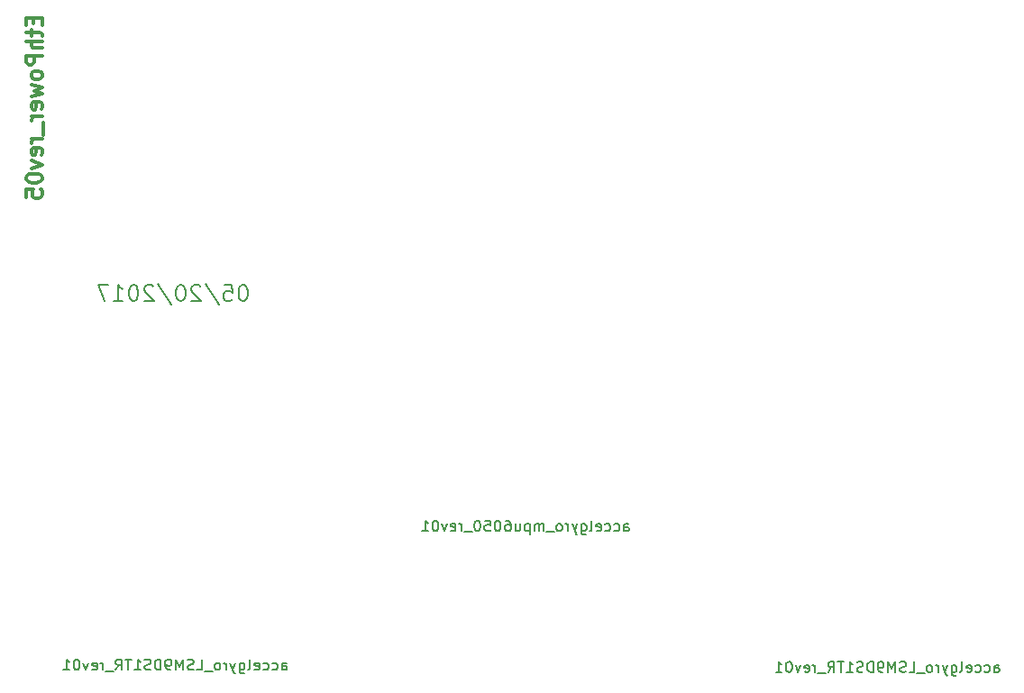
<source format=gbo>
G04 #@! TF.FileFunction,Legend,Bot*
%FSLAX46Y46*%
G04 Gerber Fmt 4.6, Leading zero omitted, Abs format (unit mm)*
G04 Created by KiCad (PCBNEW 4.0.6-e0-6349~53~ubuntu16.04.1) date Sun May 21 20:45:15 2017*
%MOMM*%
%LPD*%
G01*
G04 APERTURE LIST*
%ADD10C,0.150000*%
%ADD11C,0.300000*%
%ADD12C,0.200000*%
G04 APERTURE END LIST*
D10*
D11*
X88492857Y-90371430D02*
X88492857Y-90871430D01*
X89278571Y-91085716D02*
X89278571Y-90371430D01*
X87778571Y-90371430D01*
X87778571Y-91085716D01*
X88278571Y-91514287D02*
X88278571Y-92085716D01*
X87778571Y-91728573D02*
X89064286Y-91728573D01*
X89207143Y-91800001D01*
X89278571Y-91942859D01*
X89278571Y-92085716D01*
X89278571Y-92585716D02*
X87778571Y-92585716D01*
X89278571Y-93228573D02*
X88492857Y-93228573D01*
X88350000Y-93157144D01*
X88278571Y-93014287D01*
X88278571Y-92800002D01*
X88350000Y-92657144D01*
X88421429Y-92585716D01*
X89278571Y-93942859D02*
X87778571Y-93942859D01*
X87778571Y-94514287D01*
X87850000Y-94657145D01*
X87921429Y-94728573D01*
X88064286Y-94800002D01*
X88278571Y-94800002D01*
X88421429Y-94728573D01*
X88492857Y-94657145D01*
X88564286Y-94514287D01*
X88564286Y-93942859D01*
X89278571Y-95657145D02*
X89207143Y-95514287D01*
X89135714Y-95442859D01*
X88992857Y-95371430D01*
X88564286Y-95371430D01*
X88421429Y-95442859D01*
X88350000Y-95514287D01*
X88278571Y-95657145D01*
X88278571Y-95871430D01*
X88350000Y-96014287D01*
X88421429Y-96085716D01*
X88564286Y-96157145D01*
X88992857Y-96157145D01*
X89135714Y-96085716D01*
X89207143Y-96014287D01*
X89278571Y-95871430D01*
X89278571Y-95657145D01*
X88278571Y-96657145D02*
X89278571Y-96942859D01*
X88564286Y-97228573D01*
X89278571Y-97514288D01*
X88278571Y-97800002D01*
X89207143Y-98942859D02*
X89278571Y-98800002D01*
X89278571Y-98514288D01*
X89207143Y-98371431D01*
X89064286Y-98300002D01*
X88492857Y-98300002D01*
X88350000Y-98371431D01*
X88278571Y-98514288D01*
X88278571Y-98800002D01*
X88350000Y-98942859D01*
X88492857Y-99014288D01*
X88635714Y-99014288D01*
X88778571Y-98300002D01*
X89278571Y-99657145D02*
X88278571Y-99657145D01*
X88564286Y-99657145D02*
X88421429Y-99728573D01*
X88350000Y-99800002D01*
X88278571Y-99942859D01*
X88278571Y-100085716D01*
X89421429Y-100228573D02*
X89421429Y-101371430D01*
X89278571Y-101728573D02*
X88278571Y-101728573D01*
X88564286Y-101728573D02*
X88421429Y-101800001D01*
X88350000Y-101871430D01*
X88278571Y-102014287D01*
X88278571Y-102157144D01*
X89207143Y-103228572D02*
X89278571Y-103085715D01*
X89278571Y-102800001D01*
X89207143Y-102657144D01*
X89064286Y-102585715D01*
X88492857Y-102585715D01*
X88350000Y-102657144D01*
X88278571Y-102800001D01*
X88278571Y-103085715D01*
X88350000Y-103228572D01*
X88492857Y-103300001D01*
X88635714Y-103300001D01*
X88778571Y-102585715D01*
X88278571Y-103800001D02*
X89278571Y-104157144D01*
X88278571Y-104514286D01*
X87778571Y-105371429D02*
X87778571Y-105514286D01*
X87850000Y-105657143D01*
X87921429Y-105728572D01*
X88064286Y-105800001D01*
X88350000Y-105871429D01*
X88707143Y-105871429D01*
X88992857Y-105800001D01*
X89135714Y-105728572D01*
X89207143Y-105657143D01*
X89278571Y-105514286D01*
X89278571Y-105371429D01*
X89207143Y-105228572D01*
X89135714Y-105157143D01*
X88992857Y-105085715D01*
X88707143Y-105014286D01*
X88350000Y-105014286D01*
X88064286Y-105085715D01*
X87921429Y-105157143D01*
X87850000Y-105228572D01*
X87778571Y-105371429D01*
X87778571Y-107228572D02*
X87778571Y-106514286D01*
X88492857Y-106442857D01*
X88421429Y-106514286D01*
X88350000Y-106657143D01*
X88350000Y-107014286D01*
X88421429Y-107157143D01*
X88492857Y-107228572D01*
X88635714Y-107300000D01*
X88992857Y-107300000D01*
X89135714Y-107228572D01*
X89207143Y-107157143D01*
X89278571Y-107014286D01*
X89278571Y-106657143D01*
X89207143Y-106514286D01*
X89135714Y-106442857D01*
D12*
X108242856Y-115478571D02*
X108099999Y-115478571D01*
X107957142Y-115550000D01*
X107885713Y-115621429D01*
X107814284Y-115764286D01*
X107742856Y-116050000D01*
X107742856Y-116407143D01*
X107814284Y-116692857D01*
X107885713Y-116835714D01*
X107957142Y-116907143D01*
X108099999Y-116978571D01*
X108242856Y-116978571D01*
X108385713Y-116907143D01*
X108457142Y-116835714D01*
X108528570Y-116692857D01*
X108599999Y-116407143D01*
X108599999Y-116050000D01*
X108528570Y-115764286D01*
X108457142Y-115621429D01*
X108385713Y-115550000D01*
X108242856Y-115478571D01*
X106385713Y-115478571D02*
X107099999Y-115478571D01*
X107171428Y-116192857D01*
X107099999Y-116121429D01*
X106957142Y-116050000D01*
X106599999Y-116050000D01*
X106457142Y-116121429D01*
X106385713Y-116192857D01*
X106314285Y-116335714D01*
X106314285Y-116692857D01*
X106385713Y-116835714D01*
X106457142Y-116907143D01*
X106599999Y-116978571D01*
X106957142Y-116978571D01*
X107099999Y-116907143D01*
X107171428Y-116835714D01*
X104600000Y-115407143D02*
X105885714Y-117335714D01*
X104171428Y-115621429D02*
X104099999Y-115550000D01*
X103957142Y-115478571D01*
X103599999Y-115478571D01*
X103457142Y-115550000D01*
X103385713Y-115621429D01*
X103314285Y-115764286D01*
X103314285Y-115907143D01*
X103385713Y-116121429D01*
X104242856Y-116978571D01*
X103314285Y-116978571D01*
X102385714Y-115478571D02*
X102242857Y-115478571D01*
X102100000Y-115550000D01*
X102028571Y-115621429D01*
X101957142Y-115764286D01*
X101885714Y-116050000D01*
X101885714Y-116407143D01*
X101957142Y-116692857D01*
X102028571Y-116835714D01*
X102100000Y-116907143D01*
X102242857Y-116978571D01*
X102385714Y-116978571D01*
X102528571Y-116907143D01*
X102600000Y-116835714D01*
X102671428Y-116692857D01*
X102742857Y-116407143D01*
X102742857Y-116050000D01*
X102671428Y-115764286D01*
X102600000Y-115621429D01*
X102528571Y-115550000D01*
X102385714Y-115478571D01*
X100171429Y-115407143D02*
X101457143Y-117335714D01*
X99742857Y-115621429D02*
X99671428Y-115550000D01*
X99528571Y-115478571D01*
X99171428Y-115478571D01*
X99028571Y-115550000D01*
X98957142Y-115621429D01*
X98885714Y-115764286D01*
X98885714Y-115907143D01*
X98957142Y-116121429D01*
X99814285Y-116978571D01*
X98885714Y-116978571D01*
X97957143Y-115478571D02*
X97814286Y-115478571D01*
X97671429Y-115550000D01*
X97600000Y-115621429D01*
X97528571Y-115764286D01*
X97457143Y-116050000D01*
X97457143Y-116407143D01*
X97528571Y-116692857D01*
X97600000Y-116835714D01*
X97671429Y-116907143D01*
X97814286Y-116978571D01*
X97957143Y-116978571D01*
X98100000Y-116907143D01*
X98171429Y-116835714D01*
X98242857Y-116692857D01*
X98314286Y-116407143D01*
X98314286Y-116050000D01*
X98242857Y-115764286D01*
X98171429Y-115621429D01*
X98100000Y-115550000D01*
X97957143Y-115478571D01*
X96028572Y-116978571D02*
X96885715Y-116978571D01*
X96457143Y-116978571D02*
X96457143Y-115478571D01*
X96600000Y-115692857D01*
X96742858Y-115835714D01*
X96885715Y-115907143D01*
X95528572Y-115478571D02*
X94528572Y-115478571D01*
X95171429Y-116978571D01*
D10*
X111823811Y-151652381D02*
X111823811Y-151128571D01*
X111871430Y-151033333D01*
X111966668Y-150985714D01*
X112157145Y-150985714D01*
X112252383Y-151033333D01*
X111823811Y-151604762D02*
X111919049Y-151652381D01*
X112157145Y-151652381D01*
X112252383Y-151604762D01*
X112300002Y-151509524D01*
X112300002Y-151414286D01*
X112252383Y-151319048D01*
X112157145Y-151271429D01*
X111919049Y-151271429D01*
X111823811Y-151223810D01*
X110919049Y-151604762D02*
X111014287Y-151652381D01*
X111204764Y-151652381D01*
X111300002Y-151604762D01*
X111347621Y-151557143D01*
X111395240Y-151461905D01*
X111395240Y-151176190D01*
X111347621Y-151080952D01*
X111300002Y-151033333D01*
X111204764Y-150985714D01*
X111014287Y-150985714D01*
X110919049Y-151033333D01*
X110061906Y-151604762D02*
X110157144Y-151652381D01*
X110347621Y-151652381D01*
X110442859Y-151604762D01*
X110490478Y-151557143D01*
X110538097Y-151461905D01*
X110538097Y-151176190D01*
X110490478Y-151080952D01*
X110442859Y-151033333D01*
X110347621Y-150985714D01*
X110157144Y-150985714D01*
X110061906Y-151033333D01*
X109252382Y-151604762D02*
X109347620Y-151652381D01*
X109538097Y-151652381D01*
X109633335Y-151604762D01*
X109680954Y-151509524D01*
X109680954Y-151128571D01*
X109633335Y-151033333D01*
X109538097Y-150985714D01*
X109347620Y-150985714D01*
X109252382Y-151033333D01*
X109204763Y-151128571D01*
X109204763Y-151223810D01*
X109680954Y-151319048D01*
X108633335Y-151652381D02*
X108728573Y-151604762D01*
X108776192Y-151509524D01*
X108776192Y-150652381D01*
X107823810Y-150985714D02*
X107823810Y-151795238D01*
X107871429Y-151890476D01*
X107919048Y-151938095D01*
X108014287Y-151985714D01*
X108157144Y-151985714D01*
X108252382Y-151938095D01*
X107823810Y-151604762D02*
X107919048Y-151652381D01*
X108109525Y-151652381D01*
X108204763Y-151604762D01*
X108252382Y-151557143D01*
X108300001Y-151461905D01*
X108300001Y-151176190D01*
X108252382Y-151080952D01*
X108204763Y-151033333D01*
X108109525Y-150985714D01*
X107919048Y-150985714D01*
X107823810Y-151033333D01*
X107442858Y-150985714D02*
X107204763Y-151652381D01*
X106966667Y-150985714D02*
X107204763Y-151652381D01*
X107300001Y-151890476D01*
X107347620Y-151938095D01*
X107442858Y-151985714D01*
X106585715Y-151652381D02*
X106585715Y-150985714D01*
X106585715Y-151176190D02*
X106538096Y-151080952D01*
X106490477Y-151033333D01*
X106395239Y-150985714D01*
X106300000Y-150985714D01*
X105823810Y-151652381D02*
X105919048Y-151604762D01*
X105966667Y-151557143D01*
X106014286Y-151461905D01*
X106014286Y-151176190D01*
X105966667Y-151080952D01*
X105919048Y-151033333D01*
X105823810Y-150985714D01*
X105680952Y-150985714D01*
X105585714Y-151033333D01*
X105538095Y-151080952D01*
X105490476Y-151176190D01*
X105490476Y-151461905D01*
X105538095Y-151557143D01*
X105585714Y-151604762D01*
X105680952Y-151652381D01*
X105823810Y-151652381D01*
X105300000Y-151747619D02*
X104538095Y-151747619D01*
X103823809Y-151652381D02*
X104300000Y-151652381D01*
X104300000Y-150652381D01*
X103538095Y-151604762D02*
X103395238Y-151652381D01*
X103157142Y-151652381D01*
X103061904Y-151604762D01*
X103014285Y-151557143D01*
X102966666Y-151461905D01*
X102966666Y-151366667D01*
X103014285Y-151271429D01*
X103061904Y-151223810D01*
X103157142Y-151176190D01*
X103347619Y-151128571D01*
X103442857Y-151080952D01*
X103490476Y-151033333D01*
X103538095Y-150938095D01*
X103538095Y-150842857D01*
X103490476Y-150747619D01*
X103442857Y-150700000D01*
X103347619Y-150652381D01*
X103109523Y-150652381D01*
X102966666Y-150700000D01*
X102538095Y-151652381D02*
X102538095Y-150652381D01*
X102204761Y-151366667D01*
X101871428Y-150652381D01*
X101871428Y-151652381D01*
X101347619Y-151652381D02*
X101157143Y-151652381D01*
X101061904Y-151604762D01*
X101014285Y-151557143D01*
X100919047Y-151414286D01*
X100871428Y-151223810D01*
X100871428Y-150842857D01*
X100919047Y-150747619D01*
X100966666Y-150700000D01*
X101061904Y-150652381D01*
X101252381Y-150652381D01*
X101347619Y-150700000D01*
X101395238Y-150747619D01*
X101442857Y-150842857D01*
X101442857Y-151080952D01*
X101395238Y-151176190D01*
X101347619Y-151223810D01*
X101252381Y-151271429D01*
X101061904Y-151271429D01*
X100966666Y-151223810D01*
X100919047Y-151176190D01*
X100871428Y-151080952D01*
X100442857Y-151652381D02*
X100442857Y-150652381D01*
X100204762Y-150652381D01*
X100061904Y-150700000D01*
X99966666Y-150795238D01*
X99919047Y-150890476D01*
X99871428Y-151080952D01*
X99871428Y-151223810D01*
X99919047Y-151414286D01*
X99966666Y-151509524D01*
X100061904Y-151604762D01*
X100204762Y-151652381D01*
X100442857Y-151652381D01*
X99490476Y-151604762D02*
X99347619Y-151652381D01*
X99109523Y-151652381D01*
X99014285Y-151604762D01*
X98966666Y-151557143D01*
X98919047Y-151461905D01*
X98919047Y-151366667D01*
X98966666Y-151271429D01*
X99014285Y-151223810D01*
X99109523Y-151176190D01*
X99300000Y-151128571D01*
X99395238Y-151080952D01*
X99442857Y-151033333D01*
X99490476Y-150938095D01*
X99490476Y-150842857D01*
X99442857Y-150747619D01*
X99395238Y-150700000D01*
X99300000Y-150652381D01*
X99061904Y-150652381D01*
X98919047Y-150700000D01*
X97966666Y-151652381D02*
X98538095Y-151652381D01*
X98252381Y-151652381D02*
X98252381Y-150652381D01*
X98347619Y-150795238D01*
X98442857Y-150890476D01*
X98538095Y-150938095D01*
X97680952Y-150652381D02*
X97109523Y-150652381D01*
X97395238Y-151652381D02*
X97395238Y-150652381D01*
X96204761Y-151652381D02*
X96538095Y-151176190D01*
X96776190Y-151652381D02*
X96776190Y-150652381D01*
X96395237Y-150652381D01*
X96299999Y-150700000D01*
X96252380Y-150747619D01*
X96204761Y-150842857D01*
X96204761Y-150985714D01*
X96252380Y-151080952D01*
X96299999Y-151128571D01*
X96395237Y-151176190D01*
X96776190Y-151176190D01*
X96014285Y-151747619D02*
X95252380Y-151747619D01*
X95014285Y-151652381D02*
X95014285Y-150985714D01*
X95014285Y-151176190D02*
X94966666Y-151080952D01*
X94919047Y-151033333D01*
X94823809Y-150985714D01*
X94728570Y-150985714D01*
X94014284Y-151604762D02*
X94109522Y-151652381D01*
X94299999Y-151652381D01*
X94395237Y-151604762D01*
X94442856Y-151509524D01*
X94442856Y-151128571D01*
X94395237Y-151033333D01*
X94299999Y-150985714D01*
X94109522Y-150985714D01*
X94014284Y-151033333D01*
X93966665Y-151128571D01*
X93966665Y-151223810D01*
X94442856Y-151319048D01*
X93633332Y-150985714D02*
X93395237Y-151652381D01*
X93157141Y-150985714D01*
X92585713Y-150652381D02*
X92490474Y-150652381D01*
X92395236Y-150700000D01*
X92347617Y-150747619D01*
X92299998Y-150842857D01*
X92252379Y-151033333D01*
X92252379Y-151271429D01*
X92299998Y-151461905D01*
X92347617Y-151557143D01*
X92395236Y-151604762D01*
X92490474Y-151652381D01*
X92585713Y-151652381D01*
X92680951Y-151604762D01*
X92728570Y-151557143D01*
X92776189Y-151461905D01*
X92823808Y-151271429D01*
X92823808Y-151033333D01*
X92776189Y-150842857D01*
X92728570Y-150747619D01*
X92680951Y-150700000D01*
X92585713Y-150652381D01*
X91299998Y-151652381D02*
X91871427Y-151652381D01*
X91585713Y-151652381D02*
X91585713Y-150652381D01*
X91680951Y-150795238D01*
X91776189Y-150890476D01*
X91871427Y-150938095D01*
X178723811Y-151852381D02*
X178723811Y-151328571D01*
X178771430Y-151233333D01*
X178866668Y-151185714D01*
X179057145Y-151185714D01*
X179152383Y-151233333D01*
X178723811Y-151804762D02*
X178819049Y-151852381D01*
X179057145Y-151852381D01*
X179152383Y-151804762D01*
X179200002Y-151709524D01*
X179200002Y-151614286D01*
X179152383Y-151519048D01*
X179057145Y-151471429D01*
X178819049Y-151471429D01*
X178723811Y-151423810D01*
X177819049Y-151804762D02*
X177914287Y-151852381D01*
X178104764Y-151852381D01*
X178200002Y-151804762D01*
X178247621Y-151757143D01*
X178295240Y-151661905D01*
X178295240Y-151376190D01*
X178247621Y-151280952D01*
X178200002Y-151233333D01*
X178104764Y-151185714D01*
X177914287Y-151185714D01*
X177819049Y-151233333D01*
X176961906Y-151804762D02*
X177057144Y-151852381D01*
X177247621Y-151852381D01*
X177342859Y-151804762D01*
X177390478Y-151757143D01*
X177438097Y-151661905D01*
X177438097Y-151376190D01*
X177390478Y-151280952D01*
X177342859Y-151233333D01*
X177247621Y-151185714D01*
X177057144Y-151185714D01*
X176961906Y-151233333D01*
X176152382Y-151804762D02*
X176247620Y-151852381D01*
X176438097Y-151852381D01*
X176533335Y-151804762D01*
X176580954Y-151709524D01*
X176580954Y-151328571D01*
X176533335Y-151233333D01*
X176438097Y-151185714D01*
X176247620Y-151185714D01*
X176152382Y-151233333D01*
X176104763Y-151328571D01*
X176104763Y-151423810D01*
X176580954Y-151519048D01*
X175533335Y-151852381D02*
X175628573Y-151804762D01*
X175676192Y-151709524D01*
X175676192Y-150852381D01*
X174723810Y-151185714D02*
X174723810Y-151995238D01*
X174771429Y-152090476D01*
X174819048Y-152138095D01*
X174914287Y-152185714D01*
X175057144Y-152185714D01*
X175152382Y-152138095D01*
X174723810Y-151804762D02*
X174819048Y-151852381D01*
X175009525Y-151852381D01*
X175104763Y-151804762D01*
X175152382Y-151757143D01*
X175200001Y-151661905D01*
X175200001Y-151376190D01*
X175152382Y-151280952D01*
X175104763Y-151233333D01*
X175009525Y-151185714D01*
X174819048Y-151185714D01*
X174723810Y-151233333D01*
X174342858Y-151185714D02*
X174104763Y-151852381D01*
X173866667Y-151185714D02*
X174104763Y-151852381D01*
X174200001Y-152090476D01*
X174247620Y-152138095D01*
X174342858Y-152185714D01*
X173485715Y-151852381D02*
X173485715Y-151185714D01*
X173485715Y-151376190D02*
X173438096Y-151280952D01*
X173390477Y-151233333D01*
X173295239Y-151185714D01*
X173200000Y-151185714D01*
X172723810Y-151852381D02*
X172819048Y-151804762D01*
X172866667Y-151757143D01*
X172914286Y-151661905D01*
X172914286Y-151376190D01*
X172866667Y-151280952D01*
X172819048Y-151233333D01*
X172723810Y-151185714D01*
X172580952Y-151185714D01*
X172485714Y-151233333D01*
X172438095Y-151280952D01*
X172390476Y-151376190D01*
X172390476Y-151661905D01*
X172438095Y-151757143D01*
X172485714Y-151804762D01*
X172580952Y-151852381D01*
X172723810Y-151852381D01*
X172200000Y-151947619D02*
X171438095Y-151947619D01*
X170723809Y-151852381D02*
X171200000Y-151852381D01*
X171200000Y-150852381D01*
X170438095Y-151804762D02*
X170295238Y-151852381D01*
X170057142Y-151852381D01*
X169961904Y-151804762D01*
X169914285Y-151757143D01*
X169866666Y-151661905D01*
X169866666Y-151566667D01*
X169914285Y-151471429D01*
X169961904Y-151423810D01*
X170057142Y-151376190D01*
X170247619Y-151328571D01*
X170342857Y-151280952D01*
X170390476Y-151233333D01*
X170438095Y-151138095D01*
X170438095Y-151042857D01*
X170390476Y-150947619D01*
X170342857Y-150900000D01*
X170247619Y-150852381D01*
X170009523Y-150852381D01*
X169866666Y-150900000D01*
X169438095Y-151852381D02*
X169438095Y-150852381D01*
X169104761Y-151566667D01*
X168771428Y-150852381D01*
X168771428Y-151852381D01*
X168247619Y-151852381D02*
X168057143Y-151852381D01*
X167961904Y-151804762D01*
X167914285Y-151757143D01*
X167819047Y-151614286D01*
X167771428Y-151423810D01*
X167771428Y-151042857D01*
X167819047Y-150947619D01*
X167866666Y-150900000D01*
X167961904Y-150852381D01*
X168152381Y-150852381D01*
X168247619Y-150900000D01*
X168295238Y-150947619D01*
X168342857Y-151042857D01*
X168342857Y-151280952D01*
X168295238Y-151376190D01*
X168247619Y-151423810D01*
X168152381Y-151471429D01*
X167961904Y-151471429D01*
X167866666Y-151423810D01*
X167819047Y-151376190D01*
X167771428Y-151280952D01*
X167342857Y-151852381D02*
X167342857Y-150852381D01*
X167104762Y-150852381D01*
X166961904Y-150900000D01*
X166866666Y-150995238D01*
X166819047Y-151090476D01*
X166771428Y-151280952D01*
X166771428Y-151423810D01*
X166819047Y-151614286D01*
X166866666Y-151709524D01*
X166961904Y-151804762D01*
X167104762Y-151852381D01*
X167342857Y-151852381D01*
X166390476Y-151804762D02*
X166247619Y-151852381D01*
X166009523Y-151852381D01*
X165914285Y-151804762D01*
X165866666Y-151757143D01*
X165819047Y-151661905D01*
X165819047Y-151566667D01*
X165866666Y-151471429D01*
X165914285Y-151423810D01*
X166009523Y-151376190D01*
X166200000Y-151328571D01*
X166295238Y-151280952D01*
X166342857Y-151233333D01*
X166390476Y-151138095D01*
X166390476Y-151042857D01*
X166342857Y-150947619D01*
X166295238Y-150900000D01*
X166200000Y-150852381D01*
X165961904Y-150852381D01*
X165819047Y-150900000D01*
X164866666Y-151852381D02*
X165438095Y-151852381D01*
X165152381Y-151852381D02*
X165152381Y-150852381D01*
X165247619Y-150995238D01*
X165342857Y-151090476D01*
X165438095Y-151138095D01*
X164580952Y-150852381D02*
X164009523Y-150852381D01*
X164295238Y-151852381D02*
X164295238Y-150852381D01*
X163104761Y-151852381D02*
X163438095Y-151376190D01*
X163676190Y-151852381D02*
X163676190Y-150852381D01*
X163295237Y-150852381D01*
X163199999Y-150900000D01*
X163152380Y-150947619D01*
X163104761Y-151042857D01*
X163104761Y-151185714D01*
X163152380Y-151280952D01*
X163199999Y-151328571D01*
X163295237Y-151376190D01*
X163676190Y-151376190D01*
X162914285Y-151947619D02*
X162152380Y-151947619D01*
X161914285Y-151852381D02*
X161914285Y-151185714D01*
X161914285Y-151376190D02*
X161866666Y-151280952D01*
X161819047Y-151233333D01*
X161723809Y-151185714D01*
X161628570Y-151185714D01*
X160914284Y-151804762D02*
X161009522Y-151852381D01*
X161199999Y-151852381D01*
X161295237Y-151804762D01*
X161342856Y-151709524D01*
X161342856Y-151328571D01*
X161295237Y-151233333D01*
X161199999Y-151185714D01*
X161009522Y-151185714D01*
X160914284Y-151233333D01*
X160866665Y-151328571D01*
X160866665Y-151423810D01*
X161342856Y-151519048D01*
X160533332Y-151185714D02*
X160295237Y-151852381D01*
X160057141Y-151185714D01*
X159485713Y-150852381D02*
X159390474Y-150852381D01*
X159295236Y-150900000D01*
X159247617Y-150947619D01*
X159199998Y-151042857D01*
X159152379Y-151233333D01*
X159152379Y-151471429D01*
X159199998Y-151661905D01*
X159247617Y-151757143D01*
X159295236Y-151804762D01*
X159390474Y-151852381D01*
X159485713Y-151852381D01*
X159580951Y-151804762D01*
X159628570Y-151757143D01*
X159676189Y-151661905D01*
X159723808Y-151471429D01*
X159723808Y-151233333D01*
X159676189Y-151042857D01*
X159628570Y-150947619D01*
X159580951Y-150900000D01*
X159485713Y-150852381D01*
X158199998Y-151852381D02*
X158771427Y-151852381D01*
X158485713Y-151852381D02*
X158485713Y-150852381D01*
X158580951Y-150995238D01*
X158676189Y-151090476D01*
X158771427Y-151138095D01*
X143938096Y-138602381D02*
X143938096Y-138078571D01*
X143985715Y-137983333D01*
X144080953Y-137935714D01*
X144271430Y-137935714D01*
X144366668Y-137983333D01*
X143938096Y-138554762D02*
X144033334Y-138602381D01*
X144271430Y-138602381D01*
X144366668Y-138554762D01*
X144414287Y-138459524D01*
X144414287Y-138364286D01*
X144366668Y-138269048D01*
X144271430Y-138221429D01*
X144033334Y-138221429D01*
X143938096Y-138173810D01*
X143033334Y-138554762D02*
X143128572Y-138602381D01*
X143319049Y-138602381D01*
X143414287Y-138554762D01*
X143461906Y-138507143D01*
X143509525Y-138411905D01*
X143509525Y-138126190D01*
X143461906Y-138030952D01*
X143414287Y-137983333D01*
X143319049Y-137935714D01*
X143128572Y-137935714D01*
X143033334Y-137983333D01*
X142176191Y-138554762D02*
X142271429Y-138602381D01*
X142461906Y-138602381D01*
X142557144Y-138554762D01*
X142604763Y-138507143D01*
X142652382Y-138411905D01*
X142652382Y-138126190D01*
X142604763Y-138030952D01*
X142557144Y-137983333D01*
X142461906Y-137935714D01*
X142271429Y-137935714D01*
X142176191Y-137983333D01*
X141366667Y-138554762D02*
X141461905Y-138602381D01*
X141652382Y-138602381D01*
X141747620Y-138554762D01*
X141795239Y-138459524D01*
X141795239Y-138078571D01*
X141747620Y-137983333D01*
X141652382Y-137935714D01*
X141461905Y-137935714D01*
X141366667Y-137983333D01*
X141319048Y-138078571D01*
X141319048Y-138173810D01*
X141795239Y-138269048D01*
X140747620Y-138602381D02*
X140842858Y-138554762D01*
X140890477Y-138459524D01*
X140890477Y-137602381D01*
X139938095Y-137935714D02*
X139938095Y-138745238D01*
X139985714Y-138840476D01*
X140033333Y-138888095D01*
X140128572Y-138935714D01*
X140271429Y-138935714D01*
X140366667Y-138888095D01*
X139938095Y-138554762D02*
X140033333Y-138602381D01*
X140223810Y-138602381D01*
X140319048Y-138554762D01*
X140366667Y-138507143D01*
X140414286Y-138411905D01*
X140414286Y-138126190D01*
X140366667Y-138030952D01*
X140319048Y-137983333D01*
X140223810Y-137935714D01*
X140033333Y-137935714D01*
X139938095Y-137983333D01*
X139557143Y-137935714D02*
X139319048Y-138602381D01*
X139080952Y-137935714D02*
X139319048Y-138602381D01*
X139414286Y-138840476D01*
X139461905Y-138888095D01*
X139557143Y-138935714D01*
X138700000Y-138602381D02*
X138700000Y-137935714D01*
X138700000Y-138126190D02*
X138652381Y-138030952D01*
X138604762Y-137983333D01*
X138509524Y-137935714D01*
X138414285Y-137935714D01*
X137938095Y-138602381D02*
X138033333Y-138554762D01*
X138080952Y-138507143D01*
X138128571Y-138411905D01*
X138128571Y-138126190D01*
X138080952Y-138030952D01*
X138033333Y-137983333D01*
X137938095Y-137935714D01*
X137795237Y-137935714D01*
X137699999Y-137983333D01*
X137652380Y-138030952D01*
X137604761Y-138126190D01*
X137604761Y-138411905D01*
X137652380Y-138507143D01*
X137699999Y-138554762D01*
X137795237Y-138602381D01*
X137938095Y-138602381D01*
X137414285Y-138697619D02*
X136652380Y-138697619D01*
X136414285Y-138602381D02*
X136414285Y-137935714D01*
X136414285Y-138030952D02*
X136366666Y-137983333D01*
X136271428Y-137935714D01*
X136128570Y-137935714D01*
X136033332Y-137983333D01*
X135985713Y-138078571D01*
X135985713Y-138602381D01*
X135985713Y-138078571D02*
X135938094Y-137983333D01*
X135842856Y-137935714D01*
X135699999Y-137935714D01*
X135604761Y-137983333D01*
X135557142Y-138078571D01*
X135557142Y-138602381D01*
X135080952Y-137935714D02*
X135080952Y-138935714D01*
X135080952Y-137983333D02*
X134985714Y-137935714D01*
X134795237Y-137935714D01*
X134699999Y-137983333D01*
X134652380Y-138030952D01*
X134604761Y-138126190D01*
X134604761Y-138411905D01*
X134652380Y-138507143D01*
X134699999Y-138554762D01*
X134795237Y-138602381D01*
X134985714Y-138602381D01*
X135080952Y-138554762D01*
X133747618Y-137935714D02*
X133747618Y-138602381D01*
X134176190Y-137935714D02*
X134176190Y-138459524D01*
X134128571Y-138554762D01*
X134033333Y-138602381D01*
X133890475Y-138602381D01*
X133795237Y-138554762D01*
X133747618Y-138507143D01*
X132842856Y-137602381D02*
X133033333Y-137602381D01*
X133128571Y-137650000D01*
X133176190Y-137697619D01*
X133271428Y-137840476D01*
X133319047Y-138030952D01*
X133319047Y-138411905D01*
X133271428Y-138507143D01*
X133223809Y-138554762D01*
X133128571Y-138602381D01*
X132938094Y-138602381D01*
X132842856Y-138554762D01*
X132795237Y-138507143D01*
X132747618Y-138411905D01*
X132747618Y-138173810D01*
X132795237Y-138078571D01*
X132842856Y-138030952D01*
X132938094Y-137983333D01*
X133128571Y-137983333D01*
X133223809Y-138030952D01*
X133271428Y-138078571D01*
X133319047Y-138173810D01*
X132128571Y-137602381D02*
X132033332Y-137602381D01*
X131938094Y-137650000D01*
X131890475Y-137697619D01*
X131842856Y-137792857D01*
X131795237Y-137983333D01*
X131795237Y-138221429D01*
X131842856Y-138411905D01*
X131890475Y-138507143D01*
X131938094Y-138554762D01*
X132033332Y-138602381D01*
X132128571Y-138602381D01*
X132223809Y-138554762D01*
X132271428Y-138507143D01*
X132319047Y-138411905D01*
X132366666Y-138221429D01*
X132366666Y-137983333D01*
X132319047Y-137792857D01*
X132271428Y-137697619D01*
X132223809Y-137650000D01*
X132128571Y-137602381D01*
X130890475Y-137602381D02*
X131366666Y-137602381D01*
X131414285Y-138078571D01*
X131366666Y-138030952D01*
X131271428Y-137983333D01*
X131033332Y-137983333D01*
X130938094Y-138030952D01*
X130890475Y-138078571D01*
X130842856Y-138173810D01*
X130842856Y-138411905D01*
X130890475Y-138507143D01*
X130938094Y-138554762D01*
X131033332Y-138602381D01*
X131271428Y-138602381D01*
X131366666Y-138554762D01*
X131414285Y-138507143D01*
X130223809Y-137602381D02*
X130128570Y-137602381D01*
X130033332Y-137650000D01*
X129985713Y-137697619D01*
X129938094Y-137792857D01*
X129890475Y-137983333D01*
X129890475Y-138221429D01*
X129938094Y-138411905D01*
X129985713Y-138507143D01*
X130033332Y-138554762D01*
X130128570Y-138602381D01*
X130223809Y-138602381D01*
X130319047Y-138554762D01*
X130366666Y-138507143D01*
X130414285Y-138411905D01*
X130461904Y-138221429D01*
X130461904Y-137983333D01*
X130414285Y-137792857D01*
X130366666Y-137697619D01*
X130319047Y-137650000D01*
X130223809Y-137602381D01*
X129699999Y-138697619D02*
X128938094Y-138697619D01*
X128699999Y-138602381D02*
X128699999Y-137935714D01*
X128699999Y-138126190D02*
X128652380Y-138030952D01*
X128604761Y-137983333D01*
X128509523Y-137935714D01*
X128414284Y-137935714D01*
X127699998Y-138554762D02*
X127795236Y-138602381D01*
X127985713Y-138602381D01*
X128080951Y-138554762D01*
X128128570Y-138459524D01*
X128128570Y-138078571D01*
X128080951Y-137983333D01*
X127985713Y-137935714D01*
X127795236Y-137935714D01*
X127699998Y-137983333D01*
X127652379Y-138078571D01*
X127652379Y-138173810D01*
X128128570Y-138269048D01*
X127319046Y-137935714D02*
X127080951Y-138602381D01*
X126842855Y-137935714D01*
X126271427Y-137602381D02*
X126176188Y-137602381D01*
X126080950Y-137650000D01*
X126033331Y-137697619D01*
X125985712Y-137792857D01*
X125938093Y-137983333D01*
X125938093Y-138221429D01*
X125985712Y-138411905D01*
X126033331Y-138507143D01*
X126080950Y-138554762D01*
X126176188Y-138602381D01*
X126271427Y-138602381D01*
X126366665Y-138554762D01*
X126414284Y-138507143D01*
X126461903Y-138411905D01*
X126509522Y-138221429D01*
X126509522Y-137983333D01*
X126461903Y-137792857D01*
X126414284Y-137697619D01*
X126366665Y-137650000D01*
X126271427Y-137602381D01*
X124985712Y-138602381D02*
X125557141Y-138602381D01*
X125271427Y-138602381D02*
X125271427Y-137602381D01*
X125366665Y-137745238D01*
X125461903Y-137840476D01*
X125557141Y-137888095D01*
M02*

</source>
